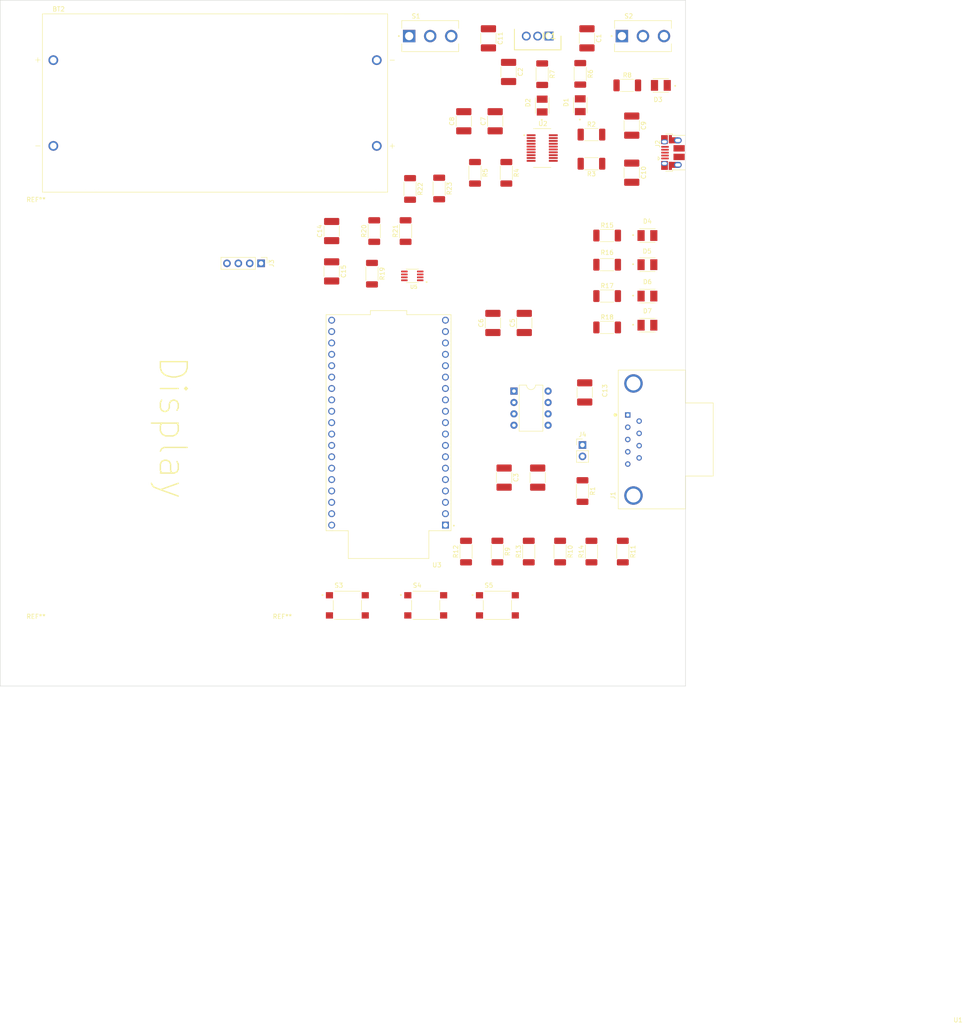
<source format=kicad_pcb>
(kicad_pcb (version 20221018) (generator pcbnew)
  (layers (0 "F.Cu" signal) (31 "B.Cu" signal) (34 "B.Paste" user) (35 "F.Paste" user) (36 "B.SilkS" user "B.Silkscreen") (37 "F.SilkS" user "F.Silkscreen") (38 "B.Mask" user) (39 "F.Mask" user) (44 "Edge.Cuts" user))
  (net 0 "")
  (net 1 "+VDC")
  (net 2 "Net-(BT2-PadN2)")
  (net 3 "GNDREF")
  (net 4 "+5V")
  (net 5 "+3V3")
  (net 6 "/USBDM")
  (net 7 "/USBDP")
  (net 8 "/POWER_SUPPLY")
  (net 9 "/CANL")
  (net 10 "/FT231_RXLED")
  (net 11 "Net-(D1-A)")
  (net 12 "/FT231_TXLED")
  (net 13 "Net-(D2-A)")
  (net 14 "Net-(D3-A)")
  (net 15 "/ESP32_IO33")
  (net 16 "Net-(D4-A)")
  (net 17 "/ESP32_IO4")
  (net 18 "Net-(D5-A)")
  (net 19 "/ESP32_IO13")
  (net 20 "Net-(D6-A)")
  (net 21 "/ESP32_IO14")
  (net 22 "Net-(D7-A)")
  (net 24 "/CANH")
  (net 29 "/5V_USB_B_MICRO")
  (net 31 "/DISPLAY_SDA2")
  (net 32 "/DISPLAY_SCL2")
  (net 33 "Net-(J4-Pin_2)")
  (net 34 "/FT231_USBDM")
  (net 35 "/FT231_USBDP")
  (net 36 "/FT231_RX")
  (net 37 "/ESP32TX")
  (net 38 "/FT231_TX")
  (net 39 "/ESP32RX")
  (net 40 "Net-(R12-Pad1)")
  (net 41 "Net-(R10-Pad2)")
  (net 42 "Net-(R11-Pad2)")
  (net 43 "/ESP32_IO5")
  (net 44 "/ESP32_IO35")
  (net 45 "/ESP32_IO27")
  (net 46 "/ENABLE")
  (net 47 "/ESP32_SDA1")
  (net 48 "/ESP32_SCL1")
  (net 50 "/5V_BATTERIE")
  (net 51 "/ESP32CANTX")
  (net 52 "/ESP32CANRX")
  (net 54 "/FT231_RTS")
  (net 55 "/FT231_RI")
  (net 58 "/FT231_CTS")
  (net 60 "/FT231_SLEEP")
  (net 76 "/FT231_3V3_OUT")
  (footprint "Resistor_SMD:R_2010_5025Metric_Pad1.40x2.65mm_HandSolder" (layer "F.Cu") (at 148.5 88)
    (fp_text reference "R18" (at 0 -2.28) (layer "F.SilkS"))
    (fp_text value "270")
    (pad "1" smd roundrect (at -2.4 0) (size 1.4 2.65) (layers "F.Cu" "F.Paste" "F.Mask") (roundrect_rratio 0.178571) (net 5 "+3V3"))
    (pad "2" smd roundrect (at 2.4 0) (size 1.4 2.65) (layers "F.Cu" "F.Paste" "F.Mask") (roundrect_rratio 0.178571) (net 22 "Net-(D7-A)"))
  )
  (footprint "Connector_PinHeader_2.54mm:PinHeader_1x04_P2.54mm_Vertical" (layer "F.Cu") (at 71.24 73.7 -90)
    (fp_text reference "J3" (at 0 -2.33 90) (layer "F.SilkS"))
    (fp_text value "Conn_01x04_Pin")
    (pad "1" thru_hole rect (at 0 0 270) (size 1.7 1.7) (drill 1) (layers "*.Cu" "*.Mask") (net 3 "GNDREF"))
    (pad "2" thru_hole oval (at 0 2.54 270) (size 1.7 1.7) (drill 1) (layers "*.Cu" "*.Mask") (net 4 "+5V"))
    (pad "3" thru_hole oval (at 0 5.08 270) (size 1.7 1.7) (drill 1) (layers "*.Cu" "*.Mask") (net 31 "/DISPLAY_SDA2"))
    (pad "4" thru_hole oval (at 0 7.62 270) (size 1.7 1.7) (drill 1) (layers "*.Cu" "*.Mask") (net 32 "/DISPLAY_SCL2"))
  )
  (footprint "Capacitor_SMD:C_1812_4532Metric_Pad1.57x3.40mm_HandSolder" (layer "F.Cu") (at 123 87 90)
    (fp_text reference "C6" (at 0 -2.65 90) (layer "F.SilkS"))
    (fp_text value "4.7uF")
    (pad "1" smd roundrect (at -2.1375 0 90) (size 1.575 3.4) (layers "F.Cu" "F.Paste" "F.Mask") (roundrect_rratio 0.15873) (net 4 "+5V"))
    (pad "2" smd roundrect (at 2.1375 0 90) (size 1.575 3.4) (layers "F.Cu" "F.Paste" "F.Mask") (roundrect_rratio 0.15873) (net 3 "GNDREF"))
  )
  (footprint "Level_Shifter:SOP65P400X130-8N" (layer "F.Cu") (at 105 76.5 180)
    (fp_text reference "U5" (at -0.33 -2.46) (layer "F.SilkS") (effects (font (size 0.8 0.8))))
    (fp_text value "PCA9306DCTR")
    (pad "1" smd roundrect (at -1.77 -0.975 180) (size 1.42 0.4) (layers "F.Cu" "F.Paste" "F.Mask") (roundrect_rratio 0.05) (net 3 "GNDREF"))
    (pad "2" smd roundrect (at -1.77 -0.325 180) (size 1.42 0.4) (layers "F.Cu" "F.Paste" "F.Mask") (roundrect_rratio 0.05) (net 5 "+3V3"))
    (pad "3" smd roundrect (at -1.77 0.325 180) (size 1.42 0.4) (layers "F.Cu" "F.Paste" "F.Mask") (roundrect_rratio 0.05) (net 48 "/ESP32_SCL1"))
    (pad "4" smd roundrect (at -1.77 0.975 180) (size 1.42 0.4) (layers "F.Cu" "F.Paste" "F.Mask") (roundrect_rratio 0.05) (net 47 "/ESP32_SDA1"))
    (pad "5" smd roundrect (at 1.77 0.975 180) (size 1.42 0.4) (layers "F.Cu" "F.Paste" "F.Mask") (roundrect_rratio 0.05) (net 31 "/DISPLAY_SDA2"))
    (pad "6" smd roundrect (at 1.77 0.325 180) (size 1.42 0.4) (layers "F.Cu" "F.Paste" "F.Mask") (roundrect_rratio 0.05) (net 32 "/DISPLAY_SCL2"))
    (pad "7" smd roundrect (at 1.77 -0.325 180) (size 1.42 0.4) (layers "F.Cu" "F.Paste" "F.Mask") (roundrect_rratio 0.05) (net 46 "/ENABLE"))
    (pad "8" smd roundrect (at 1.77 -0.975 180) (size 1.42 0.4) (layers "F.Cu" "F.Paste" "F.Mask") (roundrect_rratio 0.05) (net 46 "/ENABLE"))
  )
  (footprint "Resistor_SMD:R_2010_5025Metric_Pad1.40x2.65mm_HandSolder" (layer "F.Cu") (at 152 138 -90)
    (fp_text reference "R11" (at 0 -2.28 90) (layer "F.SilkS"))
    (fp_text value "10k")
    (pad "1" smd roundrect (at -2.4 0 270) (size 1.4 2.65) (layers "F.Cu" "F.Paste" "F.Mask") (roundrect_rratio 0.178571) (net 5 "+3V3"))
    (pad "2" smd roundrect (at 2.4 0 270) (size 1.4 2.65) (layers "F.Cu" "F.Paste" "F.Mask") (roundrect_rratio 0.178571) (net 42 "Net-(R11-Pad2)"))
  )
  (footprint "Resistor_SMD:R_2010_5025Metric_Pad1.40x2.65mm_HandSolder" (layer "F.Cu") (at 126 53.5 -90)
    (fp_text reference "R4" (at 0 -2.28 90) (layer "F.SilkS"))
    (fp_text value "R")
    (pad "1" smd roundrect (at -2.4 0 270) (size 1.4 2.65) (layers "F.Cu" "F.Paste" "F.Mask") (roundrect_rratio 0.178571) (net 36 "/FT231_RX"))
    (pad "2" smd roundrect (at 2.4 0 270) (size 1.4 2.65) (layers "F.Cu" "F.Paste" "F.Mask") (roundrect_rratio 0.178571) (net 37 "/ESP32TX"))
  )
  (footprint "Resistor_SMD:R_2010_5025Metric_Pad1.40x2.65mm_HandSolder" (layer "F.Cu") (at 104.5 57.1 -90)
    (fp_text reference "R22" (at 0 -2.28 90) (layer "F.SilkS"))
    (fp_text value "10k")
    (pad "1" smd roundrect (at -2.4 0 270) (size 1.4 2.65) (layers "F.Cu" "F.Paste" "F.Mask") (roundrect_rratio 0.178571) (net 4 "+5V"))
    (pad "2" smd roundrect (at 2.4 0 270) (size 1.4 2.65) (layers "F.Cu" "F.Paste" "F.Mask") (roundrect_rratio 0.178571) (net 32 "/DISPLAY_SCL2"))
  )
  (footprint "Button:SW_B3FS-1010P" (layer "F.Cu") (at 124 150)
    (fp_text reference "S5" (at -1.905 -4.445) (layer "F.SilkS"))
    (fp_text value "B3FS-1010P")
    (pad "1" smd rect (at -4 -2.25) (size 1.6 1.4) (layers "F.Cu" "F.Paste" "F.Mask") (net 3 "GNDREF"))
    (pad "2" smd rect (at 4 -2.25) (size 1.6 1.4) (layers "F.Cu" "F.Paste" "F.Mask") (net 3 "GNDREF"))
    (pad "3" smd rect (at -4 2.25) (size 1.6 1.4) (layers "F.Cu" "F.Paste" "F.Mask") (net 42 "Net-(R11-Pad2)"))
    (pad "4" smd rect (at 4 2.25) (size 1.6 1.4) (layers "F.Cu" "F.Paste" "F.Mask") (net 42 "Net-(R11-Pad2)"))
  )
  (footprint "Capacitor_SMD:C_1812_4532Metric_Pad1.57x3.40mm_HandSolder" (layer "F.Cu") (at 87 66.5 90)
    (fp_text reference "C14" (at 0 -2.65 90) (layer "F.SilkS"))
    (fp_text value "100nF")
    (pad "1" smd roundrect (at -2.1375 0 90) (size 1.575 3.4) (layers "F.Cu" "F.Paste" "F.Mask") (roundrect_rratio 0.15873) (net 4 "+5V"))
    (pad "2" smd roundrect (at 2.1375 0 90) (size 1.575 3.4) (layers "F.Cu" "F.Paste" "F.Mask") (roundrect_rratio 0.15873) (net 3 "GNDREF"))
  )
  (footprint "MountingHole:MountingHole_6.5mm" (layer "F.Cu") (at 21 67)
    (fp_text reference "REF**" (at 0 -7.5) (layer "F.SilkS"))
    (fp_text value "MountingHole_6.5mm")
    (pad "" np_thru_hole circle (at 0 0) (size 6.5 6.5) (drill 6.5) (layers "*.Cu" "*.Mask"))
  )
  (footprint "switches:SW_1103M2S3CQE2" (layer "F.Cu") (at 109 23)
    (fp_text reference "S1" (at -3.175 -4.445) (layer "F.SilkS"))
    (fp_text value "1103M2S3CQE2")
    (pad "1" thru_hole rect (at -4.7 0) (size 2.775 2.775) (drill 1.85) (layers "*.Cu" "*.Mask") (net 8 "/POWER_SUPPLY"))
    (pad "2" thru_hole circle (at 0 0) (size 2.775 2.775) (drill 1.85) (layers "*.Cu" "*.Mask") (net 1 "+VDC"))
    (pad "3" thru_hole circle (at 4.7 0) (size 2.775 2.775) (drill 1.85) (layers "*.Cu" "*.Mask"))
  )
  (footprint "USB2UART:SOP63P600X175-20N" (layer "F.Cu") (at 134 47.975)
    (fp_text reference "U2" (at 0.16431 -5.4247) (layer "F.SilkS") (effects (font (size 1.001386 1.001386))))
    (fp_text value "FT231XS")
    (pad "1" smd roundrect (at -2.475 -2.8575 270) (size 0.41 1.97) (layers "F.Cu" "F.Paste" "F.Mask") (roundrect_rratio 0.1))
    (pad "2" smd roundrect (at -2.475 -2.2225 270) (size 0.41 1.97) (layers "F.Cu" "F.Paste" "F.Mask") (roundrect_rratio 0.1) (net 54 "/FT231_RTS"))
    (pad "3" smd roundrect (at -2.475 -1.5875 270) (size 0.41 1.97) (layers "F.Cu" "F.Paste" "F.Mask") (roundrect_rratio 0.1) (net 76 "/FT231_3V3_OUT"))
    (pad "4" smd roundrect (at -2.475 -0.9525 270) (size 0.41 1.97) (layers "F.Cu" "F.Paste" "F.Mask") (roundrect_rratio 0.1) (net 36 "/FT231_RX"))
    (pad "5" smd roundrect (at -2.475 -0.3175 270) (size 0.41 1.97) (layers "F.Cu" "F.Paste" "F.Mask") (roundrect_rratio 0.1) (net 55 "/FT231_RI"))
    (pad "6" smd roundrect (at -2.475 0.3175 270) (size 0.41 1.97) (layers "F.Cu" "F.Paste" "F.Mask") (roundrect_rratio 0.1) (net 3 "GNDREF"))
    (pad "7" smd roundrect (at -2.475 0.9525 270) (size 0.41 1.97) (layers "F.Cu" "F.Paste" "F.Mask") (roundrect_rratio 0.1))
    (pad "8" smd roundrect (at -2.475 1.5875 270) (size 0.41 1.97) (layers "F.Cu" "F.Paste" "F.Mask") (roundrect_rratio 0.1))
    (pad "9" smd roundrect (at -2.475 2.2225 270) (size 0.41 1.97) (layers "F.Cu" "F.Paste" "F.Mask") (roundrect_rratio 0.1) (net 58 "/FT231_CTS"))
    (pad "10" smd roundrect (at -2.475 2.8575 270) (size 0.41 1.97) (layers "F.Cu" "F.Paste" "F.Mask") (roundrect_rratio 0.1) (net 12 "/FT231_TXLED"))
    (pad "11" smd roundrect (at 2.475 2.8575 270) (size 0.41 1.97) (layers "F.Cu" "F.Paste" "F.Mask") (roundrect_rratio 0.1) (net 35 "/FT231_USBDP"))
    (pad "12" smd roundrect (at 2.475 2.2225 270) (size 0.41 1.97) (layers "F.Cu" "F.Paste" "F.Mask") (roundrect_rratio 0.1) (net 34 "/FT231_USBDM"))
    (pad "13" smd roundrect (at 2.475 1.5875 270) (size 0.41 1.97) (layers "F.Cu" "F.Paste" "F.Mask") (roundrect_rratio 0.1) (net 76 "/FT231_3V3_OUT"))
    (pad "14" smd roundrect (at 2.475 0.9525 270) (size 0.41 1.97) (layers "F.Cu" "F.Paste" "F.Mask") (roundrect_rratio 0.1) (net 76 "/FT231_3V3_OUT"))
    (pad "15" smd roundrect (at 2.475 0.3175 270) (size 0.41 1.97) (layers "F.Cu" "F.Paste" "F.Mask") (roundrect_rratio 0.1) (net 4 "+5V"))
    (pad "16" smd roundrect (at 2.475 -0.3175 270) (size 0.41 1.97) (layers "F.Cu" "F.Paste" "F.Mask") (roundrect_rratio 0.1) (net 3 "GNDREF"))
    (pad "17" smd roundrect (at 2.475 -0.9525 270) (size 0.41 1.97) (layers "F.Cu" "F.Paste" "F.Mask") (roundrect_rratio 0.1) (net 10 "/FT231_RXLED"))
    (pad "18" smd roundrect (at 2.475 -1.5875 270) (size 0.41 1.97) (layers "F.Cu" "F.Paste" "F.Mask") (roundrect_rratio 0.1))
    (pad "19" smd roundrect (at 2.475 -2.2225 270) (size 0.41 1.97) (layers "F.Cu" "F.Paste" "F.Mask") (roundrect_rratio 0.1) (net 60 "/FT231_SLEEP"))
    (pad "20" smd roundrect (at 2.475 -2.8575 270) (size 0.41 1.97) (layers "F.Cu" "F.Paste" "F.Mask") (roundrect_rratio 0.1) (net 38 "/FT231_TX"))
  )
  (footprint "Capacitor_SMD:C_1812_4532Metric_Pad1.57x3.40mm_HandSolder" (layer "F.Cu") (at 143.5 102.5 90)
    (fp_text reference "C13" (at 0.38 4.5 90) (layer "F.SilkS"))
    (fp_text value "C")
    (pad "1" smd roundrect (at -2.1375 0 90) (size 1.575 3.4) (layers "F.Cu" "F.Paste" "F.Mask") (roundrect_rratio 0.15873) (net 9 "/CANL"))
    (pad "2" smd roundrect (at 2.1375 0 90) (size 1.575 3.4) (layers "F.Cu" "F.Paste" "F.Mask") (roundrect_rratio 0.15873) (net 3 "GNDREF"))
  )
  (footprint "Package_DIP:DIP-8_W7.62mm" (layer "F.Cu") (at 127.7 102.2)
    (fp_text reference "U1" (at 99.1385 140.31) (layer "F.SilkS"))
    (fp_text value "MCP2562-E-SN")
    (pad "1" thru_hole rect (at 0 0) (size 1.6 1.6) (drill 0.8) (layers "*.Cu" "*.Mask") (net 51 "/ESP32CANTX"))
    (pad "2" thru_hole oval (at 0 2.54) (size 1.6 1.6) (drill 0.8) (layers "*.Cu" "*.Mask") (net 3 "GNDREF"))
    (pad "3" thru_hole oval (at 0 5.08) (size 1.6 1.6) (drill 0.8) (layers "*.Cu" "*.Mask") (net 4 "+5V"))
    (pad "4" thru_hole oval (at 0 7.62) (size 1.6 1.6) (drill 0.8) (layers "*.Cu" "*.Mask") (net 52 "/ESP32CANRX"))
    (pad "5" thru_hole oval (at 7.62 7.62) (size 1.6 1.6) (drill 0.8) (layers "*.Cu" "*.Mask") (net 5 "+3V3"))
    (pad "6" thru_hole oval (at 7.62 5.08) (size 1.6 1.6) (drill 0.8) (layers "*.Cu" "*.Mask") (net 9 "/CANL"))
    (pad "7" thru_hole oval (at 7.62 2.54) (size 1.6 1.6) (drill 0.8) (layers "*.Cu" "*.Mask") (net 24 "/CANH"))
    (pad "8" thru_hole oval (at 7.62 0) (size 1.6 1.6) (drill 0.8) (layers "*.Cu" "*.Mask") (net 3 "GNDREF"))
  )
  (footprint "Resistor_SMD:R_2010_5025Metric_Pad1.40x2.65mm_HandSolder" (layer "F.Cu") (at 145 44.975)
    (fp_text reference "R2" (at 0 -2.28) (layer "F.SilkS"))
    (fp_text value "27R")
    (pad "1" smd roundrect (at -2.4 0) (size 1.4 2.65) (layers "F.Cu" "F.Paste" "F.Mask") (roundrect_rratio 0.178571) (net 34 "/FT231_USBDM"))
    (pad "2" smd roundrect (at 2.4 0) (size 1.4 2.65) (layers "F.Cu" "F.Paste" "F.Mask") (roundrect_rratio 0.178571) (net 6 "/USBDM"))
  )
  (footprint "Resistor_SMD:R_2010_5025Metric_Pad1.40x2.65mm_HandSolder" (layer "F.Cu") (at 145 138 90)
    (fp_text reference "R14" (at 0 -2.28 90) (layer "F.SilkS"))
    (fp_text value "1k")
    (pad "1" smd roundrect (at -2.4 0 90) (size 1.4 2.65) (layers "F.Cu" "F.Paste" "F.Mask") (roundrect_rratio 0.178571) (net 42 "Net-(R11-Pad2)"))
    (pad "2" smd roundrect (at 2.4 0 90) (size 1.4 2.65) (layers "F.Cu" "F.Paste" "F.Mask") (roundrect_rratio 0.178571) (net 45 "/ESP32_IO27"))
  )
  (footprint "Stecker:TE_3-106505-2" (layer "F.Cu") (at 153.1125 107.52 90)
    (fp_text reference "J1" (at -17.9599 -3.29957 90) (layer "F.SilkS") (effects (font (size 1.001386 1.001386))))
    (fp_text value "3-106505-2")
    (pad "1" thru_hole rect (at 0 0 90) (size 1.208 1.208) (drill 0.7) (layers "*.Cu" "*.Mask"))
    (pad "2" thru_hole circle (at -2.74 0 90) (size 1.208 1.208) (drill 0.7) (layers "*.Cu" "*.Mask") (net 9 "/CANL"))
    (pad "3" thru_hole circle (at -5.48 0 90) (size 1.208 1.208) (drill 0.7) (layers "*.Cu" "*.Mask") (net 3 "GNDREF"))
    (pad "4" thru_hole circle (at -8.22 0 90) (size 1.208 1.208) (drill 0.7) (layers "*.Cu" "*.Mask"))
    (pad "5" thru_hole circle (at -10.96 0 90) (size 1.208 1.208) (drill 0.7) (layers "*.Cu" "*.Mask"))
    (pad "6" thru_hole circle (at -1.37 2.54 90) (size 1.208 1.208) (drill 0.7) (layers "*.Cu" "*.Mask") (net 24 "/CANH"))
    (pad "7" thru_hole circle (at -4.11 2.54 90) (size 1.208 1.208) (drill 0.7) (layers "*.Cu" "*.Mask"))
    (pad "8" thru_hole circle (at -6.85 2.54 90) (size 1.208 1.208) (drill 0.7) (layers "*.Cu" "*.Mask"))
    (pad "9" thru_hole circle (at -9.59 2.54 90) (size 1.208 1.208) (drill 0.7) (layers "*.Cu" "*.Mask") (net 4 "+5V"))
    (pad "S1" thru_hole circle (at -17.98 1.27 90) (size 4.116 4.116) (drill 3.1) (layers "*.Cu" "*.Mask") (net 3 "GNDREF"))
    (pad "S2" thru_hole circle (at 7.02 1.27 90) (size 4.116 4.116) (drill 3.1) (layers "*.Cu" "*.Mask") (net 3 "GNDREF"))
  )
  (footprint "Connector_PinHeader_2.54mm:PinHeader_1x02_P2.54mm_Vertical" (layer "F.Cu") (at 143 114.225)
    (fp_text reference "J4" (at 0 -2.33) (layer "F.SilkS"))
    (fp_text value "Conn_01x02_Pin")
    (pad "1" thru_hole rect (at 0 0) (size 1.7 1.7) (drill 1) (layers "*.Cu" "*.Mask") (net 24 "/CANH"))
    (pad "2" thru_hole oval (at 0 2.54) (size 1.7 1.7) (drill 1) (layers "*.Cu" "*.Mask") (net 33 "Net-(J4-Pin_2)"))
  )
  (footprint "MountingHole:MountingHole_6.5mm" (layer "F.Cu") (at 76 160)
    (fp_text reference "REF**" (at 0 -7.5) (layer "F.SilkS"))
    (fp_text value "MountingHole_6.5mm")
    (pad "" np_thru_hole circle (at 0 0) (size 6.5 6.5) (drill 6.5) (layers "*.Cu" "*.Mask"))
  )
  (footprint "Resistor_SMD:R_2010_5025Metric_Pad1.40x2.65mm_HandSolder" (layer "F.Cu") (at 142.5 31.425 -90)
    (fp_text reference "R6" (at 0 -2.28 90) (layer "F.SilkS"))
    (fp_text value "270")
    (pad "1" smd roundrect (at -2.4 0 270) (size 1.4 2.65) (layers "F.Cu" "F.Paste" "F.Mask") (roundrect_rratio 0.178571) (net 76 "/FT231_3V3_OUT"))
    (pad "2" smd roundrect (at 2.4 0 270) (size 1.4 2.65) (layers "F.Cu" "F.Paste" "F.Mask") (roundrect_rratio 0.178571) (net 11 "Net-(D1-A)"))
  )
  (footprint "Capacitor_SMD:C_1812_4532Metric_Pad1.57x3.40mm_HandSolder" (layer "F.Cu") (at 154 53.475 -90)
    (fp_text reference "C10" (at 0 -2.65 90) (layer "F.SilkS"))
    (fp_text value "47pF")
    (pad "1" smd roundrect (at -2.1375 0 270) (size 1.575 3.4) (layers "F.Cu" "F.Paste" "F.Mask") (roundrect_rratio 0.15873) (net 7 "/USBDP"))
    (pad "2" smd roundrect (at 2.1375 0 270) (size 1.575 3.4) (layers "F.Cu" "F.Paste" "F.Mask") (roundrect_rratio 0.15873) (net 3 "GNDREF"))
  )
  (footprint "MountingHole:MountingHole_6.5mm" (layer "F.Cu") (at 21 160)
    (fp_text reference "REF**" (at 0 -7.5) (layer "F.SilkS"))
    (fp_text value "MountingHole_6.5mm")
    (pad "" np_thru_hole circle (at 0 0) (size 6.5 6.5) (drill 6.5) (layers "*.Cu" "*.Mask"))
  )
  (footprint "LED:LED_OF-SMD3528WC" (layer "F.Cu") (at 157.5 87.5)
    (fp_text reference "D7" (at 0 -3.175) (layer "F.SilkS"))
    (fp_text value "LED")
    (pad "1" smd rect (at -1.425 0) (size 1.6 2.4) (layers "F.Cu" "F.Paste" "F.Mask") (net 21 "/ESP32_IO14"))
    (pad "2" smd rect (at 1.425 0) (size 1.6 2.4) (layers "F.Cu" "F.Paste" "F.Mask") (net 22 "Net-(D7-A)"))
  )
  (footprint "Capacitor_SMD:C_1812_4532Metric_Pad1.57x3.40mm_HandSolder" (layer "F.Cu") (at 122 23.5 -90)
    (fp_text reference "C11" (at 0 -2.65 90) (layer "F.SilkS"))
    (fp_text value "10uF")
    (pad "1" smd roundrect (at -2.1375 0 270) (size 1.575 3.4) (layers "F.Cu" "F.Paste" "F.Mask") (roundrect_rratio 0.15873) (net 8 "/POWER_SUPPLY"))
    (pad "2" smd roundrect (at 2.1375 0 270) (size 1.575 3.4) (layers "F.Cu" "F.Paste" "F.Mask") (roundrect_rratio 0.15873) (net 3 "GNDREF"))
  )
  (footprint "Resistor_SMD:R_2010_5025Metric_Pad1.40x2.65mm_HandSolder" (layer "F.Cu") (at 138 138 -90)
    (fp_text reference "R10" (at 0 -2.28 90) (layer "F.SilkS"))
    (fp_text value "10k")
    (pad "1" smd roundrect (at -2.4 0 270) (size 1.4 2.65) (layers "F.Cu" "F.Paste" "F.Mask") (roundrect_rratio 0.178571) (net 5 "+3V3"))
    (pad "2" smd roundrect (at 2.4 0 270) (size 1.4 2.65) (layers "F.Cu" "F.Paste" "F.Mask") (roundrect_rratio 0.178571) (net 41 "Net-(R10-Pad2)"))
  )
  (footprint "Capacitor_SMD:C_1812_4532Metric_Pad1.57x3.40mm_HandSolder" (layer "F.Cu") (at 123.5 42 90)
    (fp_text reference "C7" (at 0 -2.65 90) (layer "F.SilkS"))
    (fp_text value "100nF")
    (pad "1" smd roundrect (at -2.1375 0 90) (size 1.575 3.4) (layers "F.Cu" "F.Paste" "F.Mask") (roundrect_rratio 0.15873) (net 4 "+5V"))
    (pad "2" smd roundrect (at 2.1375 0 90) (size 1.575 3.4) (layers "F.Cu" "F.Paste" "F.Mask") (roundrect_rratio 0.15873) (net 3 "GNDREF"))
  )
  (footprint "LED:LED_OF-SMD3528WC" (layer "F.Cu") (at 157.5 81)
    (fp_text reference "D6" (at 0 -3.175) (layer "F.SilkS"))
    (fp_text value "LED")
    (pad "1" smd rect (at -1.425 0) (size 1.6 2.4) (layers "F.Cu" "F.Paste" "F.Mask") (net 19 "/ESP32_IO13"))
    (pad "2" smd rect (at 1.425 0) (size 1.6 2.4) (layers "F.Cu" "F.Paste" "F.Mask") (net 20 "Net-(D6-A)"))
  )
  (footprint "Capacitor_SMD:C_1812_4532Metric_Pad1.57x3.40mm_HandSolder" (layer "F.Cu") (at 130 87 90)
    (fp_text reference "C5" (at 0 -2.65 90) (layer "F.SilkS"))
    (fp_text value "100nF")
    (pad "1" smd roundrect (at -2.1375 0 90) (size 1.575 3.4) (layers "F.Cu" "F.Paste" "F.Mask") (roundrect_rratio 0.15873) (net 4 "+5V"))
    (pad "2" smd roundrect (at 2.1375 0 90) (size 1.575 3.4) (layers "F.Cu" "F.Paste" "F.Mask") (roundrect_rratio 0.15873) (net 3 "GNDREF"))
  )
  (footprint "LDO:TO255P460X1020X2008-3P" (layer "F.Cu") (at 135.55 23 180)
    (fp_text reference "IC1" (at 0 0) (layer "F.SilkS") (effects (font (size 1.27 1.27) (thickness 0.254))))
    (fp_text value "LD1085V50" hide)
    (pad "1" thru_hole rect (at 0 0 180) (size 1.98 1.98) (drill 1.32) (layers "*.Cu" "*.Mask") (net 3 "GNDREF"))
    (pad "2" thru_hole circle (at 2.55 0 180) (size 1.98 1.98) (drill 1.32) (layers "*.Cu" "*.Mask") (net 50 "/5V_BATTERIE"))
    (pad "3" thru_hole circle (at 5.1 0 180) (size 1.98 1.98) (drill 1.32) (layers "*.Cu" "*.Mask") (net 8 "/POWER_SUPPLY"))
  )
  (footprint "LED:LED_OF-SMD3528WC" (layer "F.Cu") (at 134 38.5 90)
    (fp_text reference "D2" (at 0.635 -3.175 90) (layer "F.SilkS"))
    (fp_text value "LED")
    (pad "1" smd rect (at -1.425 0 90) (size 1.6 2.4) (layers "F.Cu" "F.Paste" "F.Mask") (net 12 "/FT231_TXLED"))
    (pad "2" smd rect (at 1.425 0 90) (size 1.6 2.4) (layers "F.Cu" "F.Paste" "F.Mask") (net 13 "Net-(D2-A)"))
  )
  (footprint "Resistor_SMD:R_2010_5025Metric_Pad1.40x2.65mm_HandSolder" (layer "F.Cu") (at 111 57 -90)
    (fp_text reference "R23" (at 0 -2.28 90) (layer "F.SilkS"))
    (fp_text value "10k")
    (pad "1" smd roundrect (at -2.4 0 270) (size 1.4 2.65) (layers "F.Cu" "F.Paste" "F.Mask") (roundrect_rratio 0.178571) (net 4 "+5V"))
    (pad "2" smd roundrect (at 2.4 0 270) (size 1.4 2.65) (layers "F.Cu" "F.Paste" "F.Mask") (roundrect_rratio 0.178571) (net 31 "/DISPLAY_SDA2"))
  )
  (footprint "Capacitor_SMD:C_1812_4532Metric_Pad1.57x3.40mm_HandSolder" (layer "F.Cu") (at 144 23.5 -90)
    (fp_text reference "C1" (at 0 -2.65 90) (layer "F.SilkS"))
    (fp_text value "22uF")
    (pad "1" smd roundrect (at -2.1375 0 270) (size 1.575 3.4) (layers "F.Cu" "F.Paste" "F.Mask") (roundrect_rratio 0.15873) (net 4 "+5V"))
    (pad "2" smd roundrect (at 2.1375 0 270) (size 1.575 3.4) (layers "F.Cu" "F.Paste" "F.Mask") (roundrect_rratio 0.15873) (net 3 "GNDREF"))
  )
  (footprint "LED:LED_OF-SMD3528WC" (layer "F.Cu") (at 157.5 67.5)
    (fp_text reference "D4" (at 0 -3.175) (layer "F.SilkS"))
    (fp_text value "LED")
    (pad "1" smd rect (at -1.425 0) (size 1.6 2.4) (layers "F.Cu" "F.Paste" "F.Mask") (net 15 "/ESP32_IO33"))
    (pad "2" smd rect (at 1.425 0) (size 1.6 2.4) (layers "F.Cu" "F.Paste" "F.Mask") (net 16 "Net-(D4-A)"))
  )
  (footprint "Resistor_SMD:R_2010_5025Metric_Pad1.40x2.65mm_HandSolder" (layer "F.Cu") (at 117 138 90)
    (fp_text reference "R12" (at 0 -2.28 90) (layer "F.SilkS"))
    (fp_text value "1k")
    (pad "1" smd roundrect (at -2.4 0 90) (size 1.4 2.65) (layers "F.Cu" "F.Paste" "F.Mask") (roundrect_rratio 0.178571) (net 40 "Net-(R12-Pad1)"))
    (pad "2" smd roundrect (at 2.4 0 90) (size 1.4 2.65) (layers "F.Cu" "F.Paste" "F.Mask") (roundrect_rratio 0.178571) (net 43 "/ESP32_IO5"))
  )
  (footprint "Resistor_SMD:R_2010_5025Metric_Pad1.40x2.65mm_HandSolder" (layer "F.Cu") (at 148.5 67.5)
    (fp_text reference "R15" (at 0 -2.28) (layer "F.SilkS"))
    (fp_text value "270")
    (pad "1" smd roundrect (at -2.4 0) (size 1.4 2.65) (layers "F.Cu" "F.Paste" "F.Mask") (roundrect_rratio 0.178571) (net 5 "+3V3"))
    (pad "2" smd roundrect (at 2.4 0) (size 1.4 2.65) (layers "F.Cu" "F.Paste" "F.Mask") (roundrect_rratio 0.178571) (net 16 "Net-(D4-A)"))
  )
  (footprint "Resistor_SMD:R_2010_5025Metric_Pad1.40x2.65mm_HandSolder" (layer "F.Cu") (at 145 51.475 180)
    (fp_text reference "R3" (at 0 -2.28) (layer "F.SilkS"))
    (fp_text value "27R")
    (pad "1" smd roundrect (at -2.4 0 180) (size 1.4 2.65) (layers "F.Cu" "F.Paste" "F.Mask") (roundrect_rratio 0.178571) (net 7 "/USBDP"))
    (pad "2" smd roundrect (at 2.4 0 180) (size 1.4 2.65) (layers "F.Cu" "F.Paste" "F.Mask") (roundrect_rratio 0.178571) (net 35 "/FT231_USBDP"))
  )
  (footprint "Resistor_SMD:R_2010_5025Metric_Pad1.40x2.65mm_HandSolder" (layer "F.Cu") (at 96 76 -90)
    (fp_text reference "R19" (at 0 -2.28 90) (layer "F.SilkS"))
    (fp_text value "200k")
    (pad "1" smd roundrect (at -2.4 0 270) (size 1.4 2.65) (layers "F.Cu" "F.Paste" "F.Mask") (roundrect_rratio 0.178571) (net 4 "+5V"))
    (pad "2" smd roundrect (at 2.4 0 270) (size 1.4 2.65) (layers "F.Cu" "F.Paste" "F.Mask") (roundrect_rratio 0.178571) (net 46 "/ENABLE"))
  )
  (footprint "Capacitor_SMD:C_1812_4532Metric_Pad1.57x3.40mm_HandSolder" (layer "F.Cu") (at 126.5 31 -90)
    (fp_text reference "C2" (at 0 -2.65 90) (layer "F.SilkS"))
    (fp_text value "C")
    (pad "1" smd roundrect (at -2.1375 0 270) (size 1.575 3.4) (layers "F.Cu" "F.Paste" "F.Mask") (roundrect_rratio 0.15873) (net 76 "/FT231_3V3_OUT"))
    (pad "2" smd roundrect (at 2.1375 0 270) (size 1.575 3.4) (layers "F.Cu" "F.Paste" "F.Mask") (roundrect_rratio 0.15873) (net 3 "GNDREF"))
  )
  (footprint "Resistor_SMD:R_2010_5025Metric_Pad1.40x2.65mm_HandSolder" (layer "F.Cu") (at 131 138 90)
    (fp_text reference "R13" (at 0 -2.28 90) (layer "F.SilkS"))
    (fp_text value "1k")
    (pad "1" smd roundrect (at -2.4 0 90) (size 1.4 2.65) (layers "F.Cu" "F.Paste" "F.Mask") (roundrect_rratio 0.178571) (net 41 "Net-(R10-Pad2)"))
    (pad "2" smd roundrect (at 2.4 0 90) (size 1.4 2.65) (layers "F.Cu" "F.Paste" "F.Mask") (roundrect_rratio 0.178571) (net 44 "/ESP32_IO35"))
  )
  (footprint "Connector_USB:USB_Micro-B_Amphenol_10103594-0001LF_Horizontal" (layer "F.Cu") (at 163.185 48.975 90)
    (fp_text reference "J2" (at 1.925 -3.365 90) (layer "F.SilkS"))
    (fp_text value "USB_B_Micro")
    (pad "1" smd rect (at -1.325 -1.765 180) (size 1.65 0.4) (layers "F.Cu" "F.Paste" "F.Mask") (net 29 "/5V_USB_B_MICRO"))
    (pad "2" smd rect (at -0.675 -1.765 180) (size 1.65 0.4) (layers "F.Cu" "F.Paste" "F.Mask") (net 6 "/USBDM"))
    (pad "3" smd rect (at -0.025 -1.765 180) (size 1.65 0.4) (layers "F.Cu" "F.Paste" "F.Mask") (net 7 "/USBDP"))
    (pad "4" smd rect (at 0.625 -1.765 180) (size 1.65 0.4) (layers "F.Cu" "F.Paste" "F.Mask"))
    (pad "5" smd rect (at 1.275 -1.765 180) (size 1.65 0.4) (layers "F.Cu" "F.Paste" "F.Mask") (net 3 "GNDREF"))
    (pad "6" smd rect (at -2.975 -0.565 90) (size 1.825 0.7) (layers "F.Cu" "F.Paste" "F.Mask") (net 3 "GNDREF"))
    (pad "6" smd rect (at -2.875 -1.865 90) (size 2 1.5) (layers "F.Cu" "F.Paste" "F.Mask") (net 3 "GNDREF"))
    (pad "6" smd rect (at -2.755 0.185 90) (size 1.35 2) (layers "F.Cu" "F.Paste" "F.Mask") (net 3 "GNDREF"))
    (pad "6" thru_hole oval (at -2.755 1.115 180) (size 1.7 1.35) (drill oval 1.2 0.7) (layers "*.Cu" "*.Mask") (net 3 "GNDREF"))
    (pad "6" thru_hole oval (at -2.445 -1.885 180) (size 1.5 1.1) (drill oval 1.05 0.65) (layers "*.Cu" "*.Mask") (net 3 "GNDREF"))
    (pad "6" smd rect (at -0.985 1.385 180) (size 2.5 1.43) (layers "F.Cu" "F.Paste" "F.Mask") (net 3 "GNDREF"))
    (pad "6" smd rect (at 0.935 1.385 180) (size 2.5 1.43) (layers "F.Cu" "F.Paste" "F.Mask") (net 3 "GNDREF"))
    (pad "6" thru_hole oval (at 2.395 -1.885 180) (size 1.5 1.1) (drill oval 1.05 0.65) (layers "*.Cu" "*.Mask") (net 3 "GNDREF"))
    (pad "6" thru_hole oval (at 2.705 1.115 180) (size 1.7 1.35) (drill oval 1.2 0.7) (layers "*.Cu" "*.Mask") (net 3 "GNDREF"))
    (pad "6" smd rect (at 2.725 0.185 90) (size 1.35 2) (layers "F.Cu" "F.Paste" "F.Mask") (net 3 "GNDREF"))
    (pad "6" smd rect (at 2.875 -1.885 90) (size 2 1.5) (layers "F.Cu" "F.Paste" "F.Mask") (net 3 "GNDREF"))
    (pad "6" smd rect (at 2.975 -0.565 90) (size 1.825 0.7) (layers "F.Cu" "F.Paste" "F.Mask") (net 3 "GNDREF"))
  )
  (footprint "Capacitor_SMD:C_1812_4532Metric_Pad1.57x3.40mm_HandSolder" (layer "F.Cu") (at 125.5 121.5 -90)
    (fp_text reference "C3" (at 0 -2.65 90) (layer "F.SilkS"))
    (fp_text value "100nF")
    (pad "1" smd roundrect (at -2.1375 0 270) (size 1.575 3.4) (layers "F.Cu" "F.Paste" "F.Mask") (roundrect_rratio 0.15873) (net 4 "+5V"))
    (pad "2" smd roundrect (at 2.1375 0 270) (size 1.575 3.4) (layers "F.Cu" "F.Paste" "F.Mask") (roundrect_rratio 0.15873) (net 3 "GNDREF"))
  )
  (footprint "Button:SW_B3FS-1010P" (layer "F.Cu") (at 90.5 150)
    (fp_text reference "S3" (at -1.905 -4.445) (layer "F.SilkS"))
    (fp_text value "B3FS-1010P")
    (pad "1" smd rect (at -4 -2.25) (size 1.6 1.4) (layers "F.Cu" "F.Paste" "F.Mask") (net 3 "GNDREF"))
    (pad "2" smd rect (at 4 -2.25) (size 1.6 1.4) (layers "F.Cu" "F.Paste" "F.Mask") (net 3 "GNDREF"))
    (pad "3" smd rect (at -4 2.25) (size 1.6 1.4) (layers "F.Cu" "F.Paste" "F.Mask") (net 40 "Net-(R12-Pad1)"))
    (pad "4" smd rect (at 4 2.25) (size 1.6 1.4) (layers "F.Cu" "F.Paste" "F.Mask") (net 40 "Net-(R12-Pad1)"))
  )
  (footprint "ESP:MODULE_ESP32-DEVKITC-32U" (layer "F.Cu") (at 99.7 109.25 180)
    (fp_text reference "U3" (at -10.795 -31.75) (layer "F.SilkS"))
    (fp_text value "ESP32-DEVKITC-32U")
    (pad "1" thru_hole rect (at -12.7 -22.85 180) (size 1.53 1.53) (drill 1.02) (layers "*.Cu" "*.Mask") (net 5 "+3V3"))
    (pad "2" thru_hole circle (at -12.7 -20.31 180) (size 1.53 1.53) (drill 1.02) (layers "*.Cu" "*.Mask"))
    (pad "3" thru_hole circle (at -12.7 -17.77 180) (size 1.53 1.53) (drill 1.02) (layers "*.Cu" "*.Mask"))
    (pad "4" thru_hole circle (at -12.7 -15.23 180) (size 1.53 1.53) (drill 1.02) (layers "*.Cu" "*.Mask"))
    (pad "5" thru_hole circle (at -12.7 -12.69 180) (size 1.53 1.53) (drill 1.02) (layers "*.Cu" "*.Mask") (net 9 "/CANL"))
    (pad "6" thru_hole circle (at -12.7 -10.15 180) (size 1.53 1.53) (drill 1.02) (layers "*.Cu" "*.Mask") (net 44 "/ESP32_IO35"))
    (pad "7" thru_hole circle (at -12.7 -7.61 180) (size 1.53 1.53) (drill 1.02) (layers "*.Cu" "*.Mask") (net 60 "/FT231_SLEEP"))
    (pad "8" thru_hole circle (at -12.7 -5.07 180) (size 1.53 1.53) (drill 1.02) (layers "*.Cu" "*.Mask") (net 15 "/ESP32_IO33"))
    (pad "9" thru_hole circle (at -12.7 -2.53 180) (size 1.53 1.53) (drill 1.02) (layers "*.Cu" "*.Mask") (net 52 "/ESP32CANRX"))
    (pad "10" thru_hole circle (at -12.7 0.01 180) (size 1.53 1.53) (drill 1.02) (layers "*.Cu" "*.Mask") (net 51 "/ESP32CANTX"))
    (pad "11" thru_hole circle (at -12.7 2.55 180) (size 1.53 1.53) (drill 1.02) (layers "*.Cu" "*.Mask") (net 45 "/ESP32_IO27"))
    (pad "12" thru_hole circle (at -12.7 5.09 180) (size 1.53 1.53) (drill 1.02) (layers "*.Cu" "*.Mask") (net 21 "/ESP32_IO14"))
    (pad "13" thru_hole circle (at -12.7 7.63 180) (size 1.53 1.53) (drill 1.02) (layers "*.Cu" "*.Mask"))
    (pad "14" thru_hole circle (at -12.7 10.17 180) (size 1.53 1.53) (drill 1.02) (layers "*.Cu" "*.Mask") (net 3 "GNDREF"))
    (pad "15" thru_hole circle (at -12.7 12.71 180) (size 1.53 1.53) (drill 1.02) (layers "*.Cu" "*.Mask") (net 19 "/ESP32_IO13"))
    (pad "16" thru_hole circle (at -12.7 15.25 180) (size 1.53 1.53) (drill 1.02) (layers "*.Cu" "*.Mask"))
    (pad "17" thru_hole circle (at -12.7 17.79 180) (size 1.53 1.53) (drill 1.02) (layers "*.Cu" "*.Mask"))
    (pad "18" thru_hole circle (at -12.7 20.33 180) (size 1.53 1.53) (drill 1.02) (layers "*.Cu" "*.Mask"))
    (pad "19" thru_hole circle (at -12.7 22.87 180) (size 1.53 1.53) (drill 1.02) (layers "*.Cu" "*.Mask") (net 4 "+5V"))
    (pad "20" thru_hole circle (at 12.7 22.87 180) (size 1.53 1.53) (drill 1.02) (layers "*.Cu" "*.Mask"))
    (pad "21" thru_hole circle (at 12.7 20.33 180) (size 1.53 1.53) (drill 1.02) (layers "*.Cu" "*.Mask"))
    (pad "22" thru_hole circle (at 12.7 17.79 180) (size 1.53 1.53) (drill 1.02) (layers "*.Cu" "*.Mask"))
    (pad "23" thru_hole circle (at 12.7 15.25 180) (size 1.53 1.53) (drill 1.02) (layers "*.Cu" "*.Mask"))
    (pad "24" thru_hole circle (at 12.7 12.71 180) (size 1.53 1.53) (drill 1.02) (layers "*.Cu" "*.Mask"))
    (pad "25" thru_hole circle (at 12.7 10.17 180) (size 1.53 1.53) (drill 1.02) (layers "*.Cu" "*.Mask"))
    (pad "26" thru_hole circle (at 12.7 7.63 180) (size 1.53 1.53) (drill 1.02) (layers "*.Cu" "*.Mask") (net 17 "/ESP32_IO4"))
    (pad "27" thru_hole circle (at 12.7 5.09 180) (size 1.53 1.53) (drill 1.02) (layers "*.Cu" "*.Mask") (net 39 "/ESP32RX"))
    (pad "28" thru_hole circle (at 12.7 2.55 180) (size 1.53 1.53) (drill 1.02) (layers "*.Cu" "*.Mask") (net 37 "/ESP32TX"))
    (pad "29" thru_hole circle (at 12.7 0.01 180) (size 1.53 1.53) (drill 1.02) (layers "*.Cu" "*.Mask") (net 43 "/ESP32_IO5"))
    (pad "30" thru_hole circle (at 12.7 -2.53 180) (size 1.53 1.53) (drill 1.02) (layers "*.Cu" "*.Mask") (net 58 "/FT231_CTS"))
    (pad "31" thru_hole circle (at 12.7 -5.07 180) (size 1.53 1.53) (drill 1.02) (layers "*.Cu" "*.Mask") (net 54 "/FT231_RTS"))
    (pad "32" thru_hole circle (at 12.7 -7.61 180) (size 1.53 1.53) (drill 1.02) (layers "*.Cu" "*.Mask") (net 3 "GNDREF"))
    (pad "33" thru_hole circle (at 12.7 -10.15 180) (size 1.53 1.53) (drill 1.02) (layers "*.Cu" "*.Mask") (net 47 "/ESP32_SDA1"))
    (pad "34" thru_hole circle (at 12.7 -12.69 180) (size 1.53 1.53) (drill 1.02) (layers "*.Cu" "*.Mask"))
    (pad "35" thru_hole circle (at 12.7 -15.23 180) (size 1.53 1.53) (drill 1.02) (layers "*.Cu" "*.Mask"))
    (pad "36" thru_hole circle (at 12.7 -17.77 180) (size 1.53 1.53) (drill 1.02) (layers "*.Cu" "*.Mask") (net 48 "/ESP32_SCL1"))
    (pad "37" thru_hole circle (at 12.7 -20.31 180) (size 1.53 1.53) (drill 1.02) (layers "*.Cu" "*.Mask") (net 55 "/FT231_RI"))
    (pad "38" thru_hole circle (at 12.7 -22.85 180) (size 1.53 1.53) (drill 1.02) (layers "*.Cu" "*.Mask") (net 3 "GNDREF"))
  )
  (footprint "Button:SW_B3FS-1010P" (layer "F.Cu") (at 108 150)
    (fp_text reference "S4" (at -1.905 -4.445) (layer "F.SilkS"))
    (fp_text value "B3FS-1010P")
    (pad "1" smd rect (at -4 -2.25) (size 1.6 1.4) (layers "F.Cu" "F.Paste" "F.Mask") (net 3 "GNDREF"))
    (pad "2" smd rect (at 4 -2.25) (size 1.6 1.4) (layers "F.Cu" "F.Paste" "F.Mask") (net 3 "GNDREF"))
    (pad "3" smd rect (at -4 2.25) (size 1.6 1.4) (layers "F.Cu" "F.Paste" "F.Mask") (net 41 "Net-(R10-Pad2)"))
    (pad "4" smd rect (at 4 2.25) (size 1.6 1.4) (layers "F.Cu" "F.Paste" "F.Mask") (net 41 "Net-(R10-Pad2)"))
  )
  (footprint "Resistor_SMD:R_2010_5025Metric_Pad1.40x2.65mm_HandSolder" (layer "F.Cu") (at 148.5 74)
    (fp_text reference "R16" (at 0 -2.71) (layer "F.SilkS"))
    (fp_text value "270")
    (pad "1" smd roundrect (at -2.4 0) (size 1.4 2.65) (layers "F.Cu" "F.Paste" "F.Mask") (roundrect_rratio 0.178571) (net 5 "+3V3"))
    (pad "2" smd roundrect (at 2.4 0) (size 1.4 2.65) (layers "F.Cu" "F.Paste" "F.Mask") (roundrect_rratio 0.178571) (net 18 "Net-(D5-A)"))
  )
  (footprint "LED:LED_OF-SMD3528WC" (layer "F.Cu") (at 160.5 34 180)
    (fp_text reference "D3" (at 0.635 -3.175) (layer "F.SilkS"))
    (fp_text value "LED")
    (pad "1" smd rect (at -1.425 0 180) (size 1.6 2.4) (layers "F.Cu" "F.Paste" "F.Mask") (net 3 "GNDREF"))
    (pad "2" smd rect (at 1.425 0 180) (size 1.6 2.4) (layers "F.Cu" "F.Paste" "F.Mask") (net 14 "Net-(D3-A)"))
  )
  (footprint "Resistor_SMD:R_2010_5025Metric_Pad1.40x2.65mm_HandSolder" (layer "F.Cu") (at 103.5 66.5 90)
    (fp_text reference "R21" (at 0 -2.28 90) (layer "F.SilkS"))
    (fp_text value "10k")
    (pad "1" smd roundrect (at -2.4 0 90) (size 1.4 2.65) (layers "F.Cu" "F.Paste" "F.Mask") (roundrect_rratio 0.178571) (net 5 "+3V3"))
    (pad "2" smd roundrect (at 2.4 0 90) (size 1.4 2.65) (layers "F.Cu" "F.Paste" "F.Mask") (roundrect_rratio 0.178571) (net 48 "/ESP32_SCL1"))
  )
  (footprint "Resistor_SMD:R_2010_5025Metric_Pad1.40x2.65mm_HandSolder" (layer "F.Cu") (at 119 53.5 -90)
    (fp_text reference "R5" (at 0 -2.28 90) (layer "F.SilkS"))
    (fp_text value "R")
    (pad "1" smd roundrect (at -2.4 0 270) (size 1.4 2.65) (layers "F.Cu" "F.Paste" "F.Mask") (roundrect_rratio 0.178571) (net 38 "/FT231_TX"))
    (pad "2" smd roundrect (at 2.4 0 270) (size 1.4 2.65) (layers "F.Cu" "F.Paste" "F.Mask") (roundrect_rratio 0.178571) (net 39 "/ESP32RX"))
  )
  (footprint "LED:LED_OF-SMD3528WC" (layer "F.Cu") (at 157.5 74)
    (fp_text reference "D5" (at -0.075 -3) (layer "F.SilkS"))
    (fp_text value "LED")
    (pad "1" smd rect (at -1.425 0) (size 1.6 2.4) (layers "F.Cu" "F.Paste" "F.Mask") (net 17 "/ESP32_IO4"))
    (pad "2" smd rect (at 1.425 0) (size 1.6 2.4) (layers "F.Cu" "F.Paste" "F.Mask") (net 18 "Net-(D5-A)"))
  )
  (footprint "Capacitor_SMD:C_1812_4532Metric_Pad1.57x3.40mm_HandSolder" (layer "F.Cu") (at 116.5 42 90)
    (fp_text reference "C8" (at 0 -2.65 90) (layer "F.SilkS"))
    (fp_text value "4.7uF")
    (pad "1" smd roundrect (at -2.1375 0 90) (size 1.575 3.4) (layers "F.Cu" "F.Paste" "F.Mask") (roundrect_rratio 0.15873) (net 4 "+5V"))
    (pad "2" smd roundrect (at 2.1375 0 90) (size 1.575 3.4) (layers "F.Cu" "F.Paste" "F.Mask") (roundrect_rratio 0.15873) (net 3 "GNDREF"))
  )
  (footprint "Resistor_SMD:R_2010_5025Metric_Pad1.40x2.65mm_HandSolder" (layer "F.Cu") (at 96.5 66.5 90)
    (fp_text reference "R20" (at 0 -2.28 90) (layer "F.SilkS"))
    (fp_text value "10k")
    (pad "1" smd roundrect (at -2.4 0 90) (size 1.4 2.65) (layers "F.Cu" "F.Paste" "F.Mask") (roundrect_rratio 0.178571) (net 5 "+3V3"))
    (pad "2" smd roundrect (at 2.4 0 90) (size 1.4 2.65) (layers "F.Cu" "F.Paste" "F.Mask") (roundrect_rratio 0.178571) (net 47 "/ESP32_SDA1"))
  )
  (footprint "Resistor_SMD:R_2010_5025Metric_Pad1.40x2.65mm_HandSolder" (layer "F.Cu") (at 143 124.5 -90)
    (fp_text reference "R1" (at 0 -2.28 90) (layer "F.SilkS"))
    (fp_text value "R")
    (pad "1" smd roundrect (at -2.4 0 270) (size 1.4 2.65) (layers "F.Cu" "F.Paste" "F.Mask") (roundrect_rratio 0.178571) (net 33 "Net-(J4-Pin_2)"))
    (pad "2" smd roundrect (at 2.4 0 270) (size 1.4 2.65) (layers "F.Cu" "F.Paste" "F.Mask") (roundrect_rratio 0.178571) (net 9 "/CANL"))
  )
  (footprint "Capacitor_SMD:C_1812_4532Metric_Pad1.57x3.40mm_HandSolder" (layer "F.Cu") (at 87 75.5 -90)
    (fp_text reference "C15" (at 0 -2.65 90) (layer "F.SilkS"))
    (fp_text value "4.7uF")
    (pad "1" smd roundrect (at -2.1375 0 270) (size 1.575 3.4) (layers "F.Cu" "F.Paste" "F.Mask") (roundrect_rratio 0.15873) (net 4 "+5V"))
    (pad "2" smd roundrect (at 2.1375 0 270) (size 1.575 3.4) (layers "F.Cu" "F.Paste" "F.Mask") (roundrect_rratio 0.15873) (net 3 "GNDREF"))
  )
  (footprint "battery_holder:BAT_1049" (layer "F.Cu") (at 60.96 37.935)
    (fp_text reference "BT2" (at -34.925 -20.955) (layer "F.SilkS"))
    (fp_text value "1049")
    (pad "" np_thru_hole circle (at -27.31 -0.015) (size 3.31 3.31) (drill 3.31) (layers "*.Cu" "*.Mask"))
    (pad "" np_thru_hole circle (at -27.31 17.5) (size 3.68 3.68) (drill 3.68) (layers "*.Cu" "*.Mask"))
    (pad "" np_thru_hole circle (at 27.89 -17.5) (size 3.68 3.68) (drill 3.68) (layers "*.Cu" "*.Mask"))
    (pad "" np_thru_hole circle (at 27.89 -0.015) (size 3.31 3.31) (drill 3.31) (layers "*.Cu" "*.Mask"))
    (pad "" np_thru_hole circle (at 36.11 17.5) (size 2.51 2.51) (drill 2.51) (layers "*.Cu" "*.Mask"))
    (pad "N1" thru_hole circle (at 36.11 -9.565) (size 2.175 2.175) (drill 1.45) (layers "*.Cu" "*.Mask") (net 3 "GNDREF"))
    (pad "N2" thru_hole circle (at -36.11 9.565) (size 2.175 2.175) (drill 1.45) (layers "*.Cu" "*.Mask") (net 2 "Net-(BT2-PadN2)"))
    (pad "P1" thru_hole circle (at -36.11 -9.565) (size 2.175 2.175) (drill 1.45) (layers "*.Cu" "*.Mask") (net 2 "Net-(BT2-PadN2)"))
    (pad "P2" thru_hole circle (at 36.11 9.565) (size 2.175 2.175) (drill 1.45) (layers "*.Cu" "*.Mask") (net 1 "+VDC"))
  )
  (footprint "switches:SW_1103M2S3CQE2" (layer "F.Cu") (at 156.5 23)
    (fp_text reference "S2" (at -3.175 -4.445) (layer "F.SilkS"))
    (fp_text value "1103M2S3CQE2")
    (pad "1" thru_hole rect (at -4.7 0) (size 2.775 2.775) (drill 1.85) (layers "*.Cu" "*.Mask") (net 50 "/5V_BATTERIE"))
    (pad "2" thru_hole circle (at 0 0) (size 2.775 2.775) (drill 1.85) (layers "*.Cu" "*.Mask") (net 4 "+5V"))
    (pad "3" thru_hole circle (at 4.7 0) (size 2.775 2.775) (drill 1.85) (layers "*.Cu" "*.Mask") (net 29 "/5V_USB_B_MICRO"))
  )
  (footprint "Resistor_SMD:R_2010_5025Metric_Pad1.40x2.65mm_HandSolder" (layer "F.Cu") (at 153 34)
    (fp_text reference "R8" (at 0 -2.28) (layer "F.SilkS"))
    (fp_text value "270")
    (pad "1" smd roundrect (at -2.4 0) (size 1.4 2.65) (layers "F.Cu" "F.Paste" "F.Mask") (roundrect_rratio 0.178571) (net 4 "+5V"))
    (pad "2" smd roundrect (at 2.4 0) (size 1.4 2.65) (layers "F.Cu" "F.Paste" "F.Mask") (roundrect_rratio 0.178571) (net 14 "Net-(D3-A)"))
  )
  (footprint "Capacitor_SMD:C_1812_4532Metric_Pad1.57x3.40mm_HandSolder" (layer "F.Cu") (at 154 42.975 -90)
    (fp_text reference "C9" (at 0 -2.65 90) (layer "F.SilkS"))
    (fp_text value "47pF")
    (pad "1" smd roundrect (at -2.1375 0 270) (size 1.575 3.4) (layers "F.Cu" "F.Paste" "F.Mask") (roundrect_rratio 0.15873) (net 3 "GNDREF"))
    (pad "2" smd roundrect (at 2.1375 0 270) (size 1.575 3.4) (layers "F.Cu" "F.Paste" "F.Mask") (roundrect_rratio 0.15873) (net 6 "/USBDM"))
  )
  (footprint "Resistor_SMD:R_2010_5025Metric_Pad1.40x2.65mm_HandSolder" (layer "F.Cu") (at 148.5 81)
    (fp_text reference "R17" (at 0 -2.28) (layer "F.SilkS"))
    (fp_text value "270")
    (pad "1" smd roundrect (at -2.4 0) (size 1.4 2.65) (layers "F.Cu" "F.Paste" "F.Mask") (roundrect_rratio 0.178571) (net 5 "+3V3"))
    (pad "2" smd roundrect (at 2.4 0) (size 1.4 2.65) (layers "F.Cu" "F.Paste" "F.Mask") (roundrect_rratio 0.178571) (net 20 "Net-(D6-A)"))
  )
  (footprint "LED:LED_OF-SMD3528WC" (layer "F.Cu") (at 142.5 38.425 90)
    (fp_text reference "D1" (at 0.635 -3.175 90) (layer "F.SilkS"))
    (fp_text value "LED")
    (pad "1" smd rect (at -1.425 0 90) (size 1.6 2.4) (layers "F.Cu" "F.Paste" "F.Mask") (net 10 "/FT231_RXLED"))
    (pad "2" smd rect (at 1.425 0 90) (size 1.6 2.4) (layers "F.Cu" "F.Paste" "F.Mask") (net 11 "Net-(D1-A)"))
  )
  (footprint "Capacitor_SMD:C_1812_4532Metric_Pad1.57x3.40mm_HandSolder" (layer "F.Cu") (at 133 121.5 -90)
    (fp_text reference "C4" hide)
    (fp_text value "4.7uF")
    (pad "1" smd roundrect (at -2.1375 0 270) (size 1.575 3.4) (layers "F.Cu" "F.Paste" "F.Mask") (roundrect_rratio 0.15873) (net 4 "+5V"))
    (pad "2" smd roundrect (at 2.1375 0 270) (size 1.575 3.4) (layers "F.Cu" "F.Paste" "F.Mask") (roundrect_rratio 0.15873) (net 3 "GNDREF"))
  )
  (footprint "Resistor_SMD:R_2010_5025Metric_Pad1.40x2.65mm_HandSolder" (layer "F.Cu") (at 124 138 -90)
    (fp_text reference "R9" (at 0 -2.28 90) (layer "F.SilkS"))
    (fp_text value "10k")
    (pad "1" smd roundrect (at -2.4 0 270) (size 1.4 2.65) (layers "F.Cu" "F.Paste" "F.Mask") (roundrect_rratio 0.178571) (net 5 "+3V3"))
    (pad "2" smd roundrect (at 2.4 0 270) (size 1.4 2.65) (layers "F.Cu" "F.Paste" "F.Mask") (roundrect_rratio 0.178571) (net 40 "Net-(R12-Pad1)"))
  )
  (footprint "Resistor_SMD:R_2010_5025Metric_Pad1.40x2.65mm_HandSolder" (layer "F.Cu") (at 134 31.5 -90)
    (fp_text reference "R7" (at 0 -2.28 90) (layer "F.SilkS"))
    (fp_text value "270")
    (pad "1" smd roundrect (at -2.4 0 270) (size 1.4 2.65) (layers "F.Cu" "F.Paste" "F.Mask") (roundrect_rratio 0.178571) (net 76 "/FT231_3V3_OUT"))
    (pad "2" smd roundrect (at 2.4 0 270) (size 1.4 2.65) (layers "F.Cu" "F.Paste" "F.Mask") (roundrect_rratio 0.178571) (net 13 "Net-(D2-A)"))
  )
  (gr_line (start 13 15) (end 166 15) (stroke (width 0.1)) (layer "Edge.Cuts"))
  (gr_line (start 13 15) (end 13 168) (stroke (width 0.1)) (layer "Edge.Cuts"))
  (gr_line (start 166 15) (end 166 168) (stroke (width 0.1)) (layer "Edge.Cuts"))
  (gr_line (start 166 168) (end 13 168) (stroke (width 0.1)) (layer "Edge.Cuts"))
  (gr_text "Display" (at 48 94 -90) (layer "F.SilkS") (effects (font (size 6 6) (thickness 0.3) bold) (justify left bottom)))
)
</source>
